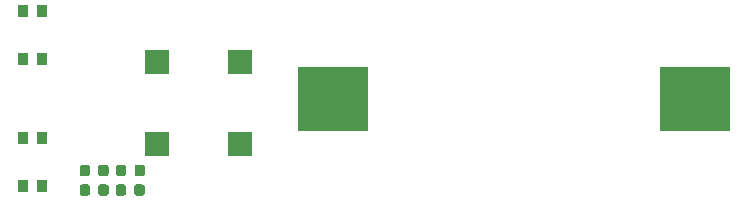
<source format=gbr>
G04 #@! TF.GenerationSoftware,KiCad,Pcbnew,(5.1.4)-1*
G04 #@! TF.CreationDate,2020-11-25T16:32:24+01:00*
G04 #@! TF.ProjectId,iot_plant_watering_sensor_esp32,696f745f-706c-4616-9e74-5f7761746572,rev?*
G04 #@! TF.SameCoordinates,Original*
G04 #@! TF.FileFunction,Paste,Bot*
G04 #@! TF.FilePolarity,Positive*
%FSLAX46Y46*%
G04 Gerber Fmt 4.6, Leading zero omitted, Abs format (unit mm)*
G04 Created by KiCad (PCBNEW (5.1.4)-1) date 2020-11-25 16:32:24*
%MOMM*%
%LPD*%
G04 APERTURE LIST*
%ADD10R,6.000000X5.500000*%
%ADD11R,2.000000X2.000000*%
%ADD12R,0.900000X1.000000*%
%ADD13C,0.100000*%
%ADD14C,0.875000*%
G04 APERTURE END LIST*
D10*
X137728000Y-105029000D03*
X107128000Y-105029000D03*
D11*
X92187000Y-108839000D03*
X99187000Y-108839000D03*
X99187000Y-101839000D03*
X92187000Y-101839000D03*
D12*
X80861000Y-108313000D03*
X82461000Y-108313000D03*
X80861000Y-112413000D03*
X82461000Y-112413000D03*
D13*
G36*
X89368691Y-112238553D02*
G01*
X89389926Y-112241703D01*
X89410750Y-112246919D01*
X89430962Y-112254151D01*
X89450368Y-112263330D01*
X89468781Y-112274366D01*
X89486024Y-112287154D01*
X89501930Y-112301570D01*
X89516346Y-112317476D01*
X89529134Y-112334719D01*
X89540170Y-112353132D01*
X89549349Y-112372538D01*
X89556581Y-112392750D01*
X89561797Y-112413574D01*
X89564947Y-112434809D01*
X89566000Y-112456250D01*
X89566000Y-112968750D01*
X89564947Y-112990191D01*
X89561797Y-113011426D01*
X89556581Y-113032250D01*
X89549349Y-113052462D01*
X89540170Y-113071868D01*
X89529134Y-113090281D01*
X89516346Y-113107524D01*
X89501930Y-113123430D01*
X89486024Y-113137846D01*
X89468781Y-113150634D01*
X89450368Y-113161670D01*
X89430962Y-113170849D01*
X89410750Y-113178081D01*
X89389926Y-113183297D01*
X89368691Y-113186447D01*
X89347250Y-113187500D01*
X88909750Y-113187500D01*
X88888309Y-113186447D01*
X88867074Y-113183297D01*
X88846250Y-113178081D01*
X88826038Y-113170849D01*
X88806632Y-113161670D01*
X88788219Y-113150634D01*
X88770976Y-113137846D01*
X88755070Y-113123430D01*
X88740654Y-113107524D01*
X88727866Y-113090281D01*
X88716830Y-113071868D01*
X88707651Y-113052462D01*
X88700419Y-113032250D01*
X88695203Y-113011426D01*
X88692053Y-112990191D01*
X88691000Y-112968750D01*
X88691000Y-112456250D01*
X88692053Y-112434809D01*
X88695203Y-112413574D01*
X88700419Y-112392750D01*
X88707651Y-112372538D01*
X88716830Y-112353132D01*
X88727866Y-112334719D01*
X88740654Y-112317476D01*
X88755070Y-112301570D01*
X88770976Y-112287154D01*
X88788219Y-112274366D01*
X88806632Y-112263330D01*
X88826038Y-112254151D01*
X88846250Y-112246919D01*
X88867074Y-112241703D01*
X88888309Y-112238553D01*
X88909750Y-112237500D01*
X89347250Y-112237500D01*
X89368691Y-112238553D01*
X89368691Y-112238553D01*
G37*
D14*
X89128500Y-112712500D03*
D13*
G36*
X90943691Y-112238553D02*
G01*
X90964926Y-112241703D01*
X90985750Y-112246919D01*
X91005962Y-112254151D01*
X91025368Y-112263330D01*
X91043781Y-112274366D01*
X91061024Y-112287154D01*
X91076930Y-112301570D01*
X91091346Y-112317476D01*
X91104134Y-112334719D01*
X91115170Y-112353132D01*
X91124349Y-112372538D01*
X91131581Y-112392750D01*
X91136797Y-112413574D01*
X91139947Y-112434809D01*
X91141000Y-112456250D01*
X91141000Y-112968750D01*
X91139947Y-112990191D01*
X91136797Y-113011426D01*
X91131581Y-113032250D01*
X91124349Y-113052462D01*
X91115170Y-113071868D01*
X91104134Y-113090281D01*
X91091346Y-113107524D01*
X91076930Y-113123430D01*
X91061024Y-113137846D01*
X91043781Y-113150634D01*
X91025368Y-113161670D01*
X91005962Y-113170849D01*
X90985750Y-113178081D01*
X90964926Y-113183297D01*
X90943691Y-113186447D01*
X90922250Y-113187500D01*
X90484750Y-113187500D01*
X90463309Y-113186447D01*
X90442074Y-113183297D01*
X90421250Y-113178081D01*
X90401038Y-113170849D01*
X90381632Y-113161670D01*
X90363219Y-113150634D01*
X90345976Y-113137846D01*
X90330070Y-113123430D01*
X90315654Y-113107524D01*
X90302866Y-113090281D01*
X90291830Y-113071868D01*
X90282651Y-113052462D01*
X90275419Y-113032250D01*
X90270203Y-113011426D01*
X90267053Y-112990191D01*
X90266000Y-112968750D01*
X90266000Y-112456250D01*
X90267053Y-112434809D01*
X90270203Y-112413574D01*
X90275419Y-112392750D01*
X90282651Y-112372538D01*
X90291830Y-112353132D01*
X90302866Y-112334719D01*
X90315654Y-112317476D01*
X90330070Y-112301570D01*
X90345976Y-112287154D01*
X90363219Y-112274366D01*
X90381632Y-112263330D01*
X90401038Y-112254151D01*
X90421250Y-112246919D01*
X90442074Y-112241703D01*
X90463309Y-112238553D01*
X90484750Y-112237500D01*
X90922250Y-112237500D01*
X90943691Y-112238553D01*
X90943691Y-112238553D01*
G37*
D14*
X90703500Y-112712500D03*
D13*
G36*
X86320691Y-110587553D02*
G01*
X86341926Y-110590703D01*
X86362750Y-110595919D01*
X86382962Y-110603151D01*
X86402368Y-110612330D01*
X86420781Y-110623366D01*
X86438024Y-110636154D01*
X86453930Y-110650570D01*
X86468346Y-110666476D01*
X86481134Y-110683719D01*
X86492170Y-110702132D01*
X86501349Y-110721538D01*
X86508581Y-110741750D01*
X86513797Y-110762574D01*
X86516947Y-110783809D01*
X86518000Y-110805250D01*
X86518000Y-111317750D01*
X86516947Y-111339191D01*
X86513797Y-111360426D01*
X86508581Y-111381250D01*
X86501349Y-111401462D01*
X86492170Y-111420868D01*
X86481134Y-111439281D01*
X86468346Y-111456524D01*
X86453930Y-111472430D01*
X86438024Y-111486846D01*
X86420781Y-111499634D01*
X86402368Y-111510670D01*
X86382962Y-111519849D01*
X86362750Y-111527081D01*
X86341926Y-111532297D01*
X86320691Y-111535447D01*
X86299250Y-111536500D01*
X85861750Y-111536500D01*
X85840309Y-111535447D01*
X85819074Y-111532297D01*
X85798250Y-111527081D01*
X85778038Y-111519849D01*
X85758632Y-111510670D01*
X85740219Y-111499634D01*
X85722976Y-111486846D01*
X85707070Y-111472430D01*
X85692654Y-111456524D01*
X85679866Y-111439281D01*
X85668830Y-111420868D01*
X85659651Y-111401462D01*
X85652419Y-111381250D01*
X85647203Y-111360426D01*
X85644053Y-111339191D01*
X85643000Y-111317750D01*
X85643000Y-110805250D01*
X85644053Y-110783809D01*
X85647203Y-110762574D01*
X85652419Y-110741750D01*
X85659651Y-110721538D01*
X85668830Y-110702132D01*
X85679866Y-110683719D01*
X85692654Y-110666476D01*
X85707070Y-110650570D01*
X85722976Y-110636154D01*
X85740219Y-110623366D01*
X85758632Y-110612330D01*
X85778038Y-110603151D01*
X85798250Y-110595919D01*
X85819074Y-110590703D01*
X85840309Y-110587553D01*
X85861750Y-110586500D01*
X86299250Y-110586500D01*
X86320691Y-110587553D01*
X86320691Y-110587553D01*
G37*
D14*
X86080500Y-111061500D03*
D13*
G36*
X87895691Y-110587553D02*
G01*
X87916926Y-110590703D01*
X87937750Y-110595919D01*
X87957962Y-110603151D01*
X87977368Y-110612330D01*
X87995781Y-110623366D01*
X88013024Y-110636154D01*
X88028930Y-110650570D01*
X88043346Y-110666476D01*
X88056134Y-110683719D01*
X88067170Y-110702132D01*
X88076349Y-110721538D01*
X88083581Y-110741750D01*
X88088797Y-110762574D01*
X88091947Y-110783809D01*
X88093000Y-110805250D01*
X88093000Y-111317750D01*
X88091947Y-111339191D01*
X88088797Y-111360426D01*
X88083581Y-111381250D01*
X88076349Y-111401462D01*
X88067170Y-111420868D01*
X88056134Y-111439281D01*
X88043346Y-111456524D01*
X88028930Y-111472430D01*
X88013024Y-111486846D01*
X87995781Y-111499634D01*
X87977368Y-111510670D01*
X87957962Y-111519849D01*
X87937750Y-111527081D01*
X87916926Y-111532297D01*
X87895691Y-111535447D01*
X87874250Y-111536500D01*
X87436750Y-111536500D01*
X87415309Y-111535447D01*
X87394074Y-111532297D01*
X87373250Y-111527081D01*
X87353038Y-111519849D01*
X87333632Y-111510670D01*
X87315219Y-111499634D01*
X87297976Y-111486846D01*
X87282070Y-111472430D01*
X87267654Y-111456524D01*
X87254866Y-111439281D01*
X87243830Y-111420868D01*
X87234651Y-111401462D01*
X87227419Y-111381250D01*
X87222203Y-111360426D01*
X87219053Y-111339191D01*
X87218000Y-111317750D01*
X87218000Y-110805250D01*
X87219053Y-110783809D01*
X87222203Y-110762574D01*
X87227419Y-110741750D01*
X87234651Y-110721538D01*
X87243830Y-110702132D01*
X87254866Y-110683719D01*
X87267654Y-110666476D01*
X87282070Y-110650570D01*
X87297976Y-110636154D01*
X87315219Y-110623366D01*
X87333632Y-110612330D01*
X87353038Y-110603151D01*
X87373250Y-110595919D01*
X87394074Y-110590703D01*
X87415309Y-110587553D01*
X87436750Y-110586500D01*
X87874250Y-110586500D01*
X87895691Y-110587553D01*
X87895691Y-110587553D01*
G37*
D14*
X87655500Y-111061500D03*
D13*
G36*
X86320691Y-112238553D02*
G01*
X86341926Y-112241703D01*
X86362750Y-112246919D01*
X86382962Y-112254151D01*
X86402368Y-112263330D01*
X86420781Y-112274366D01*
X86438024Y-112287154D01*
X86453930Y-112301570D01*
X86468346Y-112317476D01*
X86481134Y-112334719D01*
X86492170Y-112353132D01*
X86501349Y-112372538D01*
X86508581Y-112392750D01*
X86513797Y-112413574D01*
X86516947Y-112434809D01*
X86518000Y-112456250D01*
X86518000Y-112968750D01*
X86516947Y-112990191D01*
X86513797Y-113011426D01*
X86508581Y-113032250D01*
X86501349Y-113052462D01*
X86492170Y-113071868D01*
X86481134Y-113090281D01*
X86468346Y-113107524D01*
X86453930Y-113123430D01*
X86438024Y-113137846D01*
X86420781Y-113150634D01*
X86402368Y-113161670D01*
X86382962Y-113170849D01*
X86362750Y-113178081D01*
X86341926Y-113183297D01*
X86320691Y-113186447D01*
X86299250Y-113187500D01*
X85861750Y-113187500D01*
X85840309Y-113186447D01*
X85819074Y-113183297D01*
X85798250Y-113178081D01*
X85778038Y-113170849D01*
X85758632Y-113161670D01*
X85740219Y-113150634D01*
X85722976Y-113137846D01*
X85707070Y-113123430D01*
X85692654Y-113107524D01*
X85679866Y-113090281D01*
X85668830Y-113071868D01*
X85659651Y-113052462D01*
X85652419Y-113032250D01*
X85647203Y-113011426D01*
X85644053Y-112990191D01*
X85643000Y-112968750D01*
X85643000Y-112456250D01*
X85644053Y-112434809D01*
X85647203Y-112413574D01*
X85652419Y-112392750D01*
X85659651Y-112372538D01*
X85668830Y-112353132D01*
X85679866Y-112334719D01*
X85692654Y-112317476D01*
X85707070Y-112301570D01*
X85722976Y-112287154D01*
X85740219Y-112274366D01*
X85758632Y-112263330D01*
X85778038Y-112254151D01*
X85798250Y-112246919D01*
X85819074Y-112241703D01*
X85840309Y-112238553D01*
X85861750Y-112237500D01*
X86299250Y-112237500D01*
X86320691Y-112238553D01*
X86320691Y-112238553D01*
G37*
D14*
X86080500Y-112712500D03*
D13*
G36*
X87895691Y-112238553D02*
G01*
X87916926Y-112241703D01*
X87937750Y-112246919D01*
X87957962Y-112254151D01*
X87977368Y-112263330D01*
X87995781Y-112274366D01*
X88013024Y-112287154D01*
X88028930Y-112301570D01*
X88043346Y-112317476D01*
X88056134Y-112334719D01*
X88067170Y-112353132D01*
X88076349Y-112372538D01*
X88083581Y-112392750D01*
X88088797Y-112413574D01*
X88091947Y-112434809D01*
X88093000Y-112456250D01*
X88093000Y-112968750D01*
X88091947Y-112990191D01*
X88088797Y-113011426D01*
X88083581Y-113032250D01*
X88076349Y-113052462D01*
X88067170Y-113071868D01*
X88056134Y-113090281D01*
X88043346Y-113107524D01*
X88028930Y-113123430D01*
X88013024Y-113137846D01*
X87995781Y-113150634D01*
X87977368Y-113161670D01*
X87957962Y-113170849D01*
X87937750Y-113178081D01*
X87916926Y-113183297D01*
X87895691Y-113186447D01*
X87874250Y-113187500D01*
X87436750Y-113187500D01*
X87415309Y-113186447D01*
X87394074Y-113183297D01*
X87373250Y-113178081D01*
X87353038Y-113170849D01*
X87333632Y-113161670D01*
X87315219Y-113150634D01*
X87297976Y-113137846D01*
X87282070Y-113123430D01*
X87267654Y-113107524D01*
X87254866Y-113090281D01*
X87243830Y-113071868D01*
X87234651Y-113052462D01*
X87227419Y-113032250D01*
X87222203Y-113011426D01*
X87219053Y-112990191D01*
X87218000Y-112968750D01*
X87218000Y-112456250D01*
X87219053Y-112434809D01*
X87222203Y-112413574D01*
X87227419Y-112392750D01*
X87234651Y-112372538D01*
X87243830Y-112353132D01*
X87254866Y-112334719D01*
X87267654Y-112317476D01*
X87282070Y-112301570D01*
X87297976Y-112287154D01*
X87315219Y-112274366D01*
X87333632Y-112263330D01*
X87353038Y-112254151D01*
X87373250Y-112246919D01*
X87394074Y-112241703D01*
X87415309Y-112238553D01*
X87436750Y-112237500D01*
X87874250Y-112237500D01*
X87895691Y-112238553D01*
X87895691Y-112238553D01*
G37*
D14*
X87655500Y-112712500D03*
D13*
G36*
X89394091Y-110587553D02*
G01*
X89415326Y-110590703D01*
X89436150Y-110595919D01*
X89456362Y-110603151D01*
X89475768Y-110612330D01*
X89494181Y-110623366D01*
X89511424Y-110636154D01*
X89527330Y-110650570D01*
X89541746Y-110666476D01*
X89554534Y-110683719D01*
X89565570Y-110702132D01*
X89574749Y-110721538D01*
X89581981Y-110741750D01*
X89587197Y-110762574D01*
X89590347Y-110783809D01*
X89591400Y-110805250D01*
X89591400Y-111317750D01*
X89590347Y-111339191D01*
X89587197Y-111360426D01*
X89581981Y-111381250D01*
X89574749Y-111401462D01*
X89565570Y-111420868D01*
X89554534Y-111439281D01*
X89541746Y-111456524D01*
X89527330Y-111472430D01*
X89511424Y-111486846D01*
X89494181Y-111499634D01*
X89475768Y-111510670D01*
X89456362Y-111519849D01*
X89436150Y-111527081D01*
X89415326Y-111532297D01*
X89394091Y-111535447D01*
X89372650Y-111536500D01*
X88935150Y-111536500D01*
X88913709Y-111535447D01*
X88892474Y-111532297D01*
X88871650Y-111527081D01*
X88851438Y-111519849D01*
X88832032Y-111510670D01*
X88813619Y-111499634D01*
X88796376Y-111486846D01*
X88780470Y-111472430D01*
X88766054Y-111456524D01*
X88753266Y-111439281D01*
X88742230Y-111420868D01*
X88733051Y-111401462D01*
X88725819Y-111381250D01*
X88720603Y-111360426D01*
X88717453Y-111339191D01*
X88716400Y-111317750D01*
X88716400Y-110805250D01*
X88717453Y-110783809D01*
X88720603Y-110762574D01*
X88725819Y-110741750D01*
X88733051Y-110721538D01*
X88742230Y-110702132D01*
X88753266Y-110683719D01*
X88766054Y-110666476D01*
X88780470Y-110650570D01*
X88796376Y-110636154D01*
X88813619Y-110623366D01*
X88832032Y-110612330D01*
X88851438Y-110603151D01*
X88871650Y-110595919D01*
X88892474Y-110590703D01*
X88913709Y-110587553D01*
X88935150Y-110586500D01*
X89372650Y-110586500D01*
X89394091Y-110587553D01*
X89394091Y-110587553D01*
G37*
D14*
X89153900Y-111061500D03*
D13*
G36*
X90969091Y-110587553D02*
G01*
X90990326Y-110590703D01*
X91011150Y-110595919D01*
X91031362Y-110603151D01*
X91050768Y-110612330D01*
X91069181Y-110623366D01*
X91086424Y-110636154D01*
X91102330Y-110650570D01*
X91116746Y-110666476D01*
X91129534Y-110683719D01*
X91140570Y-110702132D01*
X91149749Y-110721538D01*
X91156981Y-110741750D01*
X91162197Y-110762574D01*
X91165347Y-110783809D01*
X91166400Y-110805250D01*
X91166400Y-111317750D01*
X91165347Y-111339191D01*
X91162197Y-111360426D01*
X91156981Y-111381250D01*
X91149749Y-111401462D01*
X91140570Y-111420868D01*
X91129534Y-111439281D01*
X91116746Y-111456524D01*
X91102330Y-111472430D01*
X91086424Y-111486846D01*
X91069181Y-111499634D01*
X91050768Y-111510670D01*
X91031362Y-111519849D01*
X91011150Y-111527081D01*
X90990326Y-111532297D01*
X90969091Y-111535447D01*
X90947650Y-111536500D01*
X90510150Y-111536500D01*
X90488709Y-111535447D01*
X90467474Y-111532297D01*
X90446650Y-111527081D01*
X90426438Y-111519849D01*
X90407032Y-111510670D01*
X90388619Y-111499634D01*
X90371376Y-111486846D01*
X90355470Y-111472430D01*
X90341054Y-111456524D01*
X90328266Y-111439281D01*
X90317230Y-111420868D01*
X90308051Y-111401462D01*
X90300819Y-111381250D01*
X90295603Y-111360426D01*
X90292453Y-111339191D01*
X90291400Y-111317750D01*
X90291400Y-110805250D01*
X90292453Y-110783809D01*
X90295603Y-110762574D01*
X90300819Y-110741750D01*
X90308051Y-110721538D01*
X90317230Y-110702132D01*
X90328266Y-110683719D01*
X90341054Y-110666476D01*
X90355470Y-110650570D01*
X90371376Y-110636154D01*
X90388619Y-110623366D01*
X90407032Y-110612330D01*
X90426438Y-110603151D01*
X90446650Y-110595919D01*
X90467474Y-110590703D01*
X90488709Y-110587553D01*
X90510150Y-110586500D01*
X90947650Y-110586500D01*
X90969091Y-110587553D01*
X90969091Y-110587553D01*
G37*
D14*
X90728900Y-111061500D03*
D12*
X80886400Y-97518000D03*
X82486400Y-97518000D03*
X80886400Y-101618000D03*
X82486400Y-101618000D03*
M02*

</source>
